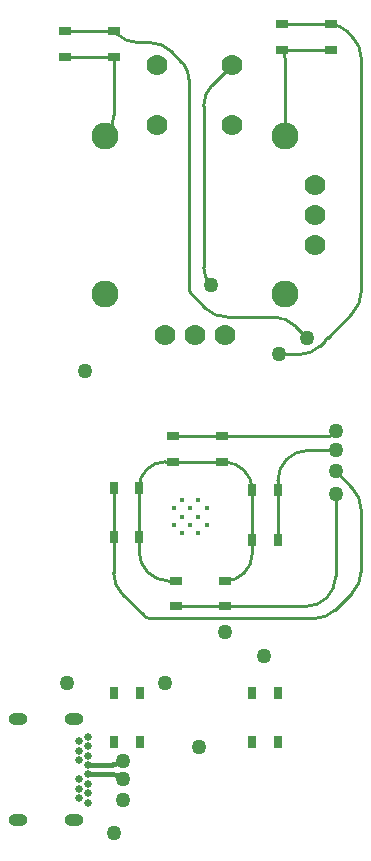
<source format=gbl>
G04*
G04 #@! TF.GenerationSoftware,Altium Limited,Altium Designer,23.9.2 (47)*
G04*
G04 Layer_Physical_Order=4*
G04 Layer_Color=16711680*
%FSLAX44Y44*%
%MOMM*%
G71*
G04*
G04 #@! TF.SameCoordinates,5FA424B9-A6D8-4F7E-AE3D-71B40F287457*
G04*
G04*
G04 #@! TF.FilePolarity,Positive*
G04*
G01*
G75*
%ADD10C,0.2540*%
%ADD46C,0.3810*%
%ADD48C,1.7780*%
%ADD49C,2.2860*%
%ADD50C,0.6500*%
%ADD51O,1.6000X1.0000*%
%ADD52C,0.4000*%
%ADD53C,1.2700*%
%ADD54R,1.0500X0.6500*%
%ADD55R,0.6500X1.0500*%
D10*
X590550Y713379D02*
G03*
X583111Y731339I-25400J0D01*
G01*
Y642801D02*
G03*
X590550Y660761I-17960J17960D01*
G01*
X550819Y621030D02*
G03*
X568779Y628470I0J25400D01*
G01*
X406400Y623570D02*
G03*
X412532Y621030I6132J6132D01*
G01*
X381000Y659491D02*
G03*
X388439Y641531I25400J0D01*
G01*
X543560Y631190D02*
G03*
X568960Y656590I0J25400D01*
G01*
X545420Y763270D02*
G03*
X520020Y737870I0J-25400D01*
G01*
X424770Y753790D02*
G03*
X402500Y731520I0J-22270D01*
G01*
X474980Y652690D02*
G03*
X498520Y676230I0J23540D01*
G01*
X402500Y678090D02*
G03*
X427900Y652690I25400J0D01*
G01*
X498520Y729410D02*
G03*
X474140Y753790I-24380J0D01*
G01*
X564470Y775290D02*
G03*
X568960Y779780I0J4490D01*
G01*
X441548Y1088485D02*
G03*
X438429Y1092479I-17775J-10662D01*
G01*
X444500Y1077823D02*
G03*
X441548Y1088485I-20727J0D01*
G01*
X429638Y1101271D02*
G03*
X411677Y1108710I-17960J-17960D01*
G01*
X383470Y1116150D02*
G03*
X401431Y1108710I17960J17960D01*
G01*
X578448Y1118272D02*
G03*
X564789Y1123950I-13708J-13708D01*
G01*
X590550Y1095649D02*
G03*
X583111Y1113609I-25400J0D01*
G01*
X564789Y1123950D02*
G03*
X564740Y1123950I-49J-19386D01*
G01*
X560070Y855980D02*
G03*
X562272Y858734I-11274J11274D01*
G01*
X583111Y879572D02*
G03*
X590550Y897532I-17960J17960D01*
G01*
X538119Y844550D02*
G03*
X556079Y851990I0J25400D01*
G01*
X534490Y868860D02*
G03*
X516529Y876300I-17960J-17960D01*
G01*
X458651Y883739D02*
G03*
X476611Y876300I17960J17960D01*
G01*
X526050Y1095666D02*
G03*
X523240Y1102450I-9594J0D01*
G01*
X373991Y1029676D02*
G03*
X381430Y1047636I-17960J17960D01*
G01*
X463541Y902979D02*
G03*
X463550Y902970I15340J15321D01*
G01*
X457200Y918300D02*
G03*
X463541Y902979I21680J0D01*
G01*
X464640Y1072970D02*
G03*
X457200Y1055009I17960J-17960D01*
G01*
X568960Y745490D02*
X583111Y731339D01*
X590550Y660761D02*
Y713379D01*
X568960Y656590D02*
Y726440D01*
X568779Y628470D02*
X583111Y642801D01*
X412532Y621030D02*
X550819D01*
X388439Y641531D02*
X406400Y623570D01*
X381000Y659491D02*
Y690020D01*
X474980Y631190D02*
X543560D01*
X402500Y690020D02*
Y731520D01*
X545420Y763270D02*
X568960D01*
X520020Y729410D02*
Y737870D01*
X402500Y678090D02*
Y690020D01*
X381000D02*
Y731520D01*
X433480Y631190D02*
X474980D01*
X520020Y687910D02*
Y729410D01*
X498520Y687910D02*
Y729410D01*
Y676230D02*
Y687910D01*
X427900Y652690D02*
X433480D01*
X424770Y753790D02*
X431370D01*
X472870D02*
X474140D01*
X431370D02*
X472870D01*
Y775290D02*
X564470D01*
X431370D02*
X472870D01*
X429638Y1101271D02*
X438429Y1092479D01*
X444500Y897890D02*
Y1077823D01*
X401431Y1108710D02*
X411677D01*
X590550Y897532D02*
Y1095649D01*
X578448Y1118272D02*
X583111Y1113609D01*
X523240Y1123950D02*
X564740D01*
X556079Y851990D02*
X560070Y855980D01*
X562272Y858734D02*
X583111Y879572D01*
X520700Y844550D02*
X538119D01*
X534490Y868860D02*
X544830Y858520D01*
X476611Y876300D02*
X516529D01*
X444500Y897890D02*
X458651Y883739D01*
X381430Y1118190D02*
X383470Y1116150D01*
X381430Y1047636D02*
Y1096690D01*
X339930Y1118190D02*
X381430D01*
X523240Y1102450D02*
X564740D01*
X526050Y1029335D02*
Y1095666D01*
X339930Y1096690D02*
X381430D01*
X373650Y1029335D02*
X373991Y1029676D01*
X457200Y918300D02*
Y1055009D01*
X464640Y1072970D02*
X474980Y1083310D01*
D46*
X388620Y485450D02*
G03*
X380146Y488960I-8474J-8474D01*
G01*
X379615Y496960D02*
G03*
X388620Y500690I0J12735D01*
G01*
X359098Y488960D02*
X380146D01*
X359098Y496960D02*
X379615D01*
D48*
X481600Y1089660D02*
D03*
X418100D02*
D03*
X481600Y1038860D02*
D03*
X418100D02*
D03*
X475250Y861060D02*
D03*
X449850D02*
D03*
X424450D02*
D03*
X551450Y988060D02*
D03*
Y962660D02*
D03*
Y937260D02*
D03*
D49*
X526050Y1029335D02*
D03*
Y895985D02*
D03*
X373650D02*
D03*
Y1029335D02*
D03*
D50*
X359098Y488960D02*
D03*
X352097Y484960D02*
D03*
X359098Y480960D02*
D03*
Y472960D02*
D03*
Y464960D02*
D03*
X352098Y476960D02*
D03*
Y468960D02*
D03*
Y516960D02*
D03*
Y508960D02*
D03*
X359098Y520960D02*
D03*
Y512960D02*
D03*
Y504960D02*
D03*
X352098Y500960D02*
D03*
X359098Y496960D02*
D03*
D51*
X347598Y450260D02*
D03*
Y535660D02*
D03*
X300297Y535660D02*
D03*
Y450260D02*
D03*
D52*
X438770Y707360D02*
D03*
X438770Y693360D02*
D03*
Y721360D02*
D03*
X452770Y693360D02*
D03*
Y707360D02*
D03*
X452770Y721360D02*
D03*
X431770Y700360D02*
D03*
Y714360D02*
D03*
X445770Y700360D02*
D03*
Y714360D02*
D03*
X459770Y700360D02*
D03*
Y714360D02*
D03*
D53*
X568960Y745490D02*
D03*
Y726440D02*
D03*
X474980Y609600D02*
D03*
X568960Y763270D02*
D03*
Y779780D02*
D03*
X520700Y844550D02*
D03*
X544830Y858520D02*
D03*
X463550Y902970D02*
D03*
X356870Y830580D02*
D03*
X381000Y439420D02*
D03*
X388620Y467360D02*
D03*
X453390Y511810D02*
D03*
X508000Y589280D02*
D03*
X341630Y566420D02*
D03*
X424180D02*
D03*
X388620Y485450D02*
D03*
Y500690D02*
D03*
D54*
X564740Y1123950D02*
D03*
X523240D02*
D03*
X564740Y1102450D02*
D03*
X523240D02*
D03*
X381430Y1118190D02*
D03*
X339930D02*
D03*
X381430Y1096690D02*
D03*
X339930D02*
D03*
X472870Y775290D02*
D03*
X431370D02*
D03*
X472870Y753790D02*
D03*
X431370D02*
D03*
X433480Y631190D02*
D03*
X474980D02*
D03*
X433480Y652690D02*
D03*
X474980Y652690D02*
D03*
D55*
X520020Y687910D02*
D03*
Y729410D02*
D03*
X498520Y687910D02*
D03*
Y729410D02*
D03*
X381000Y731520D02*
D03*
Y690020D02*
D03*
X402500Y731520D02*
D03*
Y690020D02*
D03*
X520020Y516460D02*
D03*
Y557960D02*
D03*
X498520Y516460D02*
D03*
Y557960D02*
D03*
X381680D02*
D03*
Y516460D02*
D03*
X403180Y557960D02*
D03*
Y516460D02*
D03*
M02*

</source>
